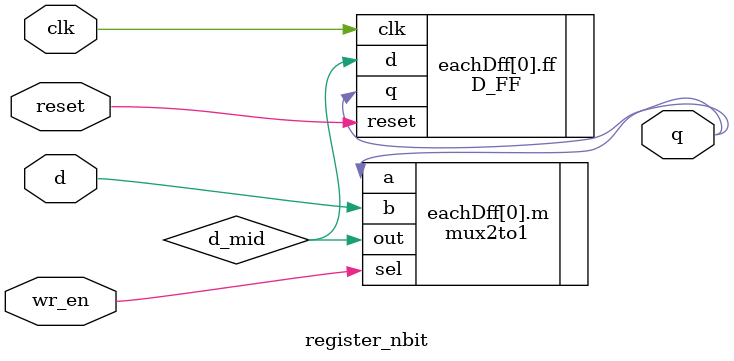
<source format=sv>
module register_1bit (d, q, wr_en, reset, clk);
	input logic d;
	output logic q;
	input logic wr_en, reset, clk;
	
	logic d_mid;
	
	mux2to1 m (.a(q), .b(d), .sel(wr_en), .out(d_mid));
	
	D_FF ff (.q(q),  .d(d_mid), .reset, .clk);
endmodule

module register_nbit #(parameter n = 1) (d, q, wr_en, reset, clk);
	input logic [n-1:0] d;
	output logic [n-1:0] q;
	input logic wr_en, reset, clk;
	
	logic [n-1:0] d_mid;
	
	genvar i;
	generate
		for(i=0; i<n; i++) begin : eachDff
			mux2to1 m (.a(q[i]), .b(d[i]), .sel(wr_en), .out(d_mid[i]));
			D_FF ff (.q(q[i]), .d(d_mid[i]), .reset, .clk);
		end
	endgenerate
endmodule
</source>
